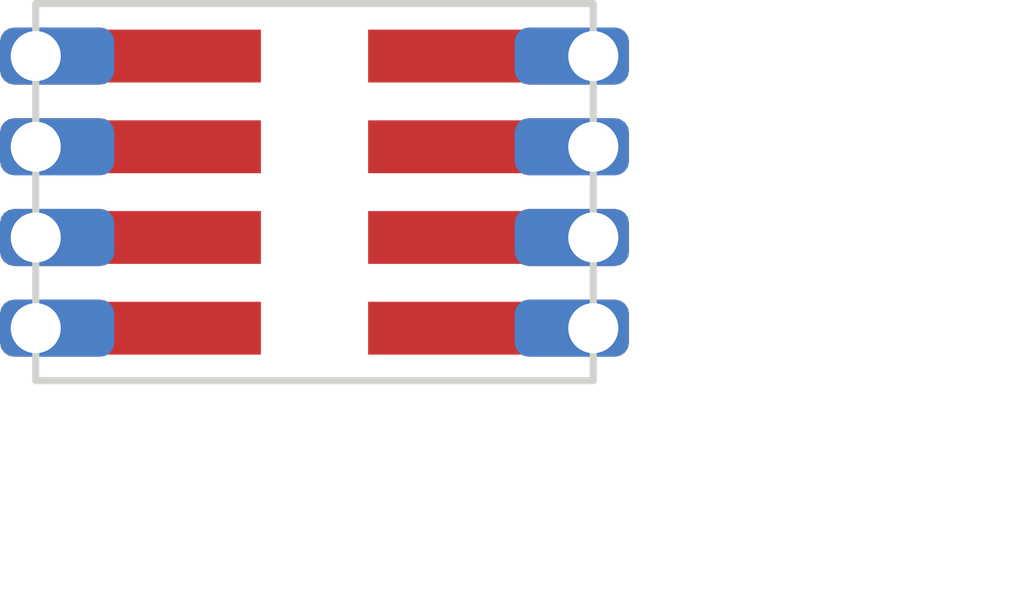
<source format=kicad_pcb>
(kicad_pcb (version 20211014) (generator pcbnew)
  (layers (0 "F.Cu" signal) (31 "B.Cu" signal) (34 "B.Paste" user) (35 "F.Paste" user) (36 "B.SilkS" user "B.Silkscreen") (37 "F.SilkS" user "F.Silkscreen") (38 "B.Mask" user) (39 "F.Mask" user) (44 "Edge.Cuts" user))
  (net 0 "")
  (net 1 "/CS")
  (net 2 "/DO")
  (net 3 "/IO2")
  (net 4 "GND")
  (net 5 "/DI")
  (net 6 "/CLK")
  (net 7 "/IO3")
  (net 8 "VCC")
  (footprint "Custom_Library:Custom_SOP8_Pad_5.28x5.23mm" (layer "F.Cu") (at 143.43 78.65)
    (fp_text reference "U1" hide)
    (fp_text value "W25Q128JVS" hide)
    (pad "1" smd roundrect (at -3.6 -1.905) (size 1.6 0.8) (layers "F.Cu" "F.Paste" "F.Mask") (net 1 "/CS"))
    (pad "2" smd roundrect (at -3.6 -0.635) (size 1.6 0.8) (layers "F.Cu" "F.Paste" "F.Mask") (net 2 "/DO"))
    (pad "3" smd roundrect (at -3.6 0.635) (size 1.6 0.8) (layers "F.Cu" "F.Paste" "F.Mask") (net 3 "/IO2"))
    (pad "4" smd roundrect (at -3.6 1.905) (size 1.6 0.8) (layers "F.Cu" "F.Paste" "F.Mask") (net 4 "GND"))
    (pad "5" smd roundrect (at 3.6 1.905) (size 1.6 0.8) (layers "F.Cu" "F.Paste" "F.Mask") (net 5 "/DI"))
    (pad "6" smd roundrect (at 3.6 0.635) (size 1.6 0.8) (layers "F.Cu" "F.Paste" "F.Mask") (net 6 "/CLK"))
    (pad "7" smd roundrect (at 3.6 -0.635) (size 1.6 0.8) (layers "F.Cu" "F.Paste" "F.Mask") (net 7 "/IO3"))
    (pad "8" smd roundrect (at 3.6 -1.905) (size 1.6 0.8) (layers "F.Cu" "F.Paste" "F.Mask") (net 8 "VCC"))
  )
  (footprint "Custom_Library:Custom_PinHeader_02x04_1.27mm" (layer "F.Cu") (at 143.43 78.655)
    (fp_text reference "J1" hide)
    (fp_text value "Conn_02x04_Top_Bottom" hide)
    (pad "1" smd rect (at -1.95 -1.91) (size 2.4 0.74) (layers "F.Cu" "F.Paste" "F.Mask") (net 1 "/CS"))
    (pad "2" smd rect (at -1.95 -0.64) (size 2.4 0.74) (layers "F.Cu" "F.Paste" "F.Mask") (net 2 "/DO"))
    (pad "3" smd rect (at -1.95 0.63) (size 2.4 0.74) (layers "F.Cu" "F.Paste" "F.Mask") (net 3 "/IO2"))
    (pad "4" smd rect (at -1.95 1.9) (size 2.4 0.74) (layers "F.Cu" "F.Paste" "F.Mask") (net 4 "GND"))
    (pad "5" smd rect (at 1.95 1.9) (size 2.4 0.74) (layers "F.Cu" "F.Paste" "F.Mask") (net 5 "/DI"))
    (pad "6" smd rect (at 1.95 0.63) (size 2.4 0.74) (layers "F.Cu" "F.Paste" "F.Mask") (net 6 "/CLK"))
    (pad "7" smd rect (at 1.95 -0.64) (size 2.4 0.74) (layers "F.Cu" "F.Paste" "F.Mask") (net 7 "/IO3"))
    (pad "8" smd rect (at 1.95 -1.91) (size 2.4 0.74) (layers "F.Cu" "F.Paste" "F.Mask") (net 8 "VCC"))
  )
  (footprint "Custom_Library:Custom_SOP8_Pad_5.28x5.23mm" (layer "B.Cu") (at 143.43 78.65 180)
    (fp_text reference "U2" hide)
    (fp_text value "W25Q128JVS" hide)
    (pad "1" smd roundrect (at 3.6 1.905 180) (size 1.6 0.8) (layers "B.Cu" "B.Paste" "B.Mask") (net 1 "/CS"))
    (pad "2" smd roundrect (at 3.6 0.635 180) (size 1.6 0.8) (layers "B.Cu" "B.Paste" "B.Mask") (net 2 "/DO"))
    (pad "3" smd roundrect (at 3.6 -0.635 180) (size 1.6 0.8) (layers "B.Cu" "B.Paste" "B.Mask") (net 3 "/IO2"))
    (pad "4" smd roundrect (at 3.6 -1.905 180) (size 1.6 0.8) (layers "B.Cu" "B.Paste" "B.Mask") (net 4 "GND"))
    (pad "5" smd roundrect (at -3.6 -1.905 180) (size 1.6 0.8) (layers "B.Cu" "B.Paste" "B.Mask") (net 5 "/DI"))
    (pad "6" smd roundrect (at -3.6 -0.635 180) (size 1.6 0.8) (layers "B.Cu" "B.Paste" "B.Mask") (net 6 "/CLK"))
    (pad "7" smd roundrect (at -3.6 0.635 180) (size 1.6 0.8) (layers "B.Cu" "B.Paste" "B.Mask") (net 7 "/IO3"))
    (pad "8" smd roundrect (at -3.6 1.905 180) (size 1.6 0.8) (layers "B.Cu" "B.Paste" "B.Mask") (net 8 "VCC"))
  )
  (gr_rect (start 139.53 76.01) (end 147.33 81.29) (layer "Edge.Cuts") (width 0.1) (fill none))
  (via (at 139.53 76.745) (size 0.8) (drill 0.7) (layers "F.Cu" "B.Cu") (net 1))
  (via (at 139.53 78.015) (size 0.8) (drill 0.7) (layers "F.Cu" "B.Cu") (net 2))
  (via (at 139.53 79.285) (size 0.8) (drill 0.7) (layers "F.Cu" "B.Cu") (net 3))
  (via (at 139.53 80.555) (size 0.8) (drill 0.7) (layers "F.Cu" "B.Cu") (net 4))
  (via (at 147.33 80.555) (size 0.8) (drill 0.7) (layers "F.Cu" "B.Cu") (net 5))
  (via (at 147.33 79.285) (size 0.8) (drill 0.7) (layers "F.Cu" "B.Cu") (net 6))
  (via (at 147.33 78.015) (size 0.8) (drill 0.7) (layers "F.Cu" "B.Cu") (net 7))
  (via (at 147.33 76.745) (size 0.8) (drill 0.7) (layers "F.Cu" "B.Cu") (net 8))
)
</source>
